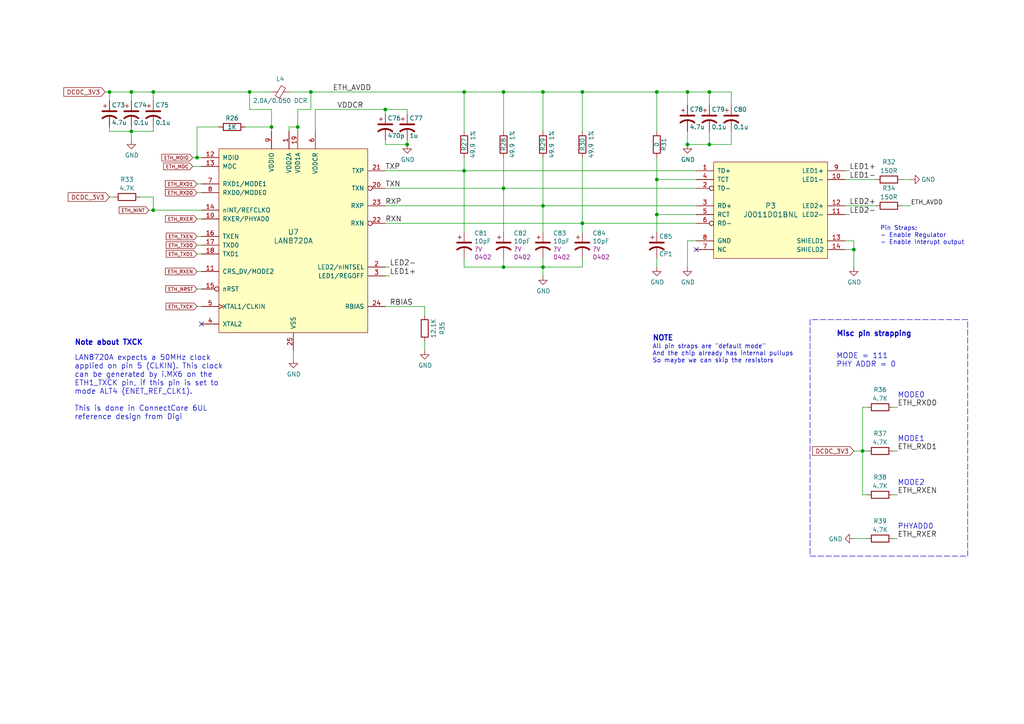
<source format=kicad_sch>
(kicad_sch (version 20211123) (generator eeschema)
  (paper "A4")
  (lib_symbols
    (symbol "Device:CP1" (pin_numbers hide) (pin_names (offset 0.254) hide)
      (property "Reference" "C" (at 0.635 2.54 0))
      (property "Value" "Device_CP1" (at 0.635 -2.54 0))
      (symbol "CP1_0_1"
        (polyline (pts (xy -2.032 0.762) (xy 2.032 0.762)) (stroke (width 0.508)))
        (polyline (pts (xy -1.778 2.286) (xy -0.762 2.286)))
        (polyline (pts (xy -1.27 1.778) (xy -1.27 2.794)))
        (arc (start 2.032 -1.27) (mid 0 -0.5572) (end -2.032 -1.27) (stroke (width 0.508)))
      )
      (symbol "CP1_1_1"
        (pin passive line (at 0 3.81 270) (length 2.794) (name "~") (number "1"))
        (pin passive line (at 0 -3.81 90) (length 3.302) (name "~") (number "2"))
      )
    )
    (symbol "Device:Ferrite_Bead_Small" (pin_numbers hide) (pin_names (offset 0))
      (property "Reference" "FB" (at 1.905 1.27 0))
      (property "Value" "Device_Ferrite_Bead_Small" (at 1.905 -1.27 0))
      (symbol "Ferrite_Bead_Small_0_1"
        (polyline (pts (xy 0 -1.27) (xy 0 -0.7874)))
        (polyline (pts (xy 0 0.889) (xy 0 1.2954)))
        (polyline (pts (xy -1.8288 0.2794) (xy -1.1176 1.4986) (xy 1.8288 -0.2032) (xy 1.1176 -1.4224) (xy -1.8288 0.2794)))
      )
      (symbol "Ferrite_Bead_Small_1_1"
        (pin passive line (at 0 2.54 270) (length 1.27) (name "~") (number "1"))
        (pin passive line (at 0 -2.54 90) (length 1.27) (name "~") (number "2"))
      )
    )
    (symbol "custom_components:J0011D01BNL" (pin_names (offset 1.016))
      (property "Reference" "P" (at 0 1.27 0))
      (property "Value" "J0011D01BNL" (at 0 -1.27 0))
      (symbol "J0011D01BNL_0_1"
        (rectangle (start -16.51 13.97) (end 16.51 -13.97) (fill (type background)))
      )
      (symbol "J0011D01BNL_1_1"
        (pin input line (at -21.59 11.43 0) (length 5.08) (name "TD+") (number "1"))
        (pin input line (at 21.59 8.89 180) (length 5.08) (name "LED1-") (number "10"))
        (pin input line (at 21.59 -1.27 180) (length 5.08) (name "LED2-") (number "11"))
        (pin input line (at 21.59 1.27 180) (length 5.08) (name "LED2+") (number "12"))
        (pin input line (at 21.59 -8.89 180) (length 5.08) (name "SHIELD1") (number "13"))
        (pin input line (at 21.59 -11.43 180) (length 5.08) (name "SHIELD2") (number "14"))
        (pin input inverted (at -21.59 6.35 0) (length 5.08) (name "TD-") (number "2"))
        (pin input line (at -21.59 1.27 0) (length 5.08) (name "RD+") (number "3"))
        (pin input line (at -21.59 8.89 0) (length 5.08) (name "TCT") (number "4"))
        (pin input line (at -21.59 -1.27 0) (length 5.08) (name "RCT") (number "5"))
        (pin input inverted (at -21.59 -3.81 0) (length 5.08) (name "RD-") (number "6"))
        (pin input line (at -21.59 -11.43 0) (length 5.08) (name "NC") (number "7"))
        (pin input line (at -21.59 -8.89 0) (length 5.08) (name "GND") (number "8"))
        (pin input line (at 21.59 11.43 180) (length 5.08) (name "LED1+") (number "9"))
      )
    )
    (symbol "custom_components:LAN8720A" (pin_names (offset 1.016))
      (property "Reference" "U" (at 0 1.27 0))
      (property "Value" "LAN8720A" (at 0 -1.27 0))
      (symbol "LAN8720A_0_1"
        (rectangle (start -21.59 25.4) (end 21.59 -27.94) (fill (type background)))
      )
      (symbol "LAN8720A_1_1"
        (pin input line (at -1.27 30.48 270) (length 5.08) (name "VDD2A") (number "1"))
        (pin input line (at -26.67 5.08 0) (length 5.08) (name "RXER/PHYAD0") (number "10"))
        (pin input line (at -26.67 -10.16 0) (length 5.08) (name "CRS_DV/MODE2") (number "11"))
        (pin input line (at -26.67 22.86 0) (length 5.08) (name "MDIO") (number "12"))
        (pin input line (at -26.67 20.32 0) (length 5.08) (name "MDC") (number "13"))
        (pin input line (at -26.67 7.62 0) (length 5.08) (name "nINT/REFCLKO") (number "14"))
        (pin input inverted (at -26.67 -15.24 0) (length 5.08) (name "nRST") (number "15"))
        (pin input line (at -26.67 0 0) (length 5.08) (name "TXEN") (number "16"))
        (pin input line (at -26.67 -2.54 0) (length 5.08) (name "TXD0") (number "17"))
        (pin input line (at -26.67 -5.08 0) (length 5.08) (name "TXD1") (number "18"))
        (pin input line (at 1.27 30.48 270) (length 5.08) (name "VDD1A") (number "19"))
        (pin input line (at 26.67 -8.89 180) (length 5.08) (name "LED2/nINTSEL") (number "2"))
        (pin output inverted (at 26.67 13.97 180) (length 5.08) (name "TXN") (number "20"))
        (pin output line (at 26.67 19.05 180) (length 5.08) (name "TXP") (number "21"))
        (pin input inverted (at 26.67 3.81 180) (length 5.08) (name "RXN") (number "22"))
        (pin input line (at 26.67 8.89 180) (length 5.08) (name "RXP") (number "23"))
        (pin input line (at 26.67 -20.32 180) (length 5.08) (name "RBIAS") (number "24"))
        (pin input line (at 0 -33.02 90) (length 5.08) (name "VSS") (number "25"))
        (pin input line (at 26.67 -11.43 180) (length 5.08) (name "LED1/REGOFF") (number "3"))
        (pin input line (at -26.67 -25.4 0) (length 5.08) (name "XTAL2") (number "4"))
        (pin input clock (at -26.67 -20.32 0) (length 5.08) (name "XTAL1/CLKIN") (number "5"))
        (pin input line (at 6.35 30.48 270) (length 5.08) (name "VDDCR") (number "6"))
        (pin input line (at -26.67 15.24 0) (length 5.08) (name "RXD1/MODE1") (number "7"))
        (pin input line (at -26.67 12.7 0) (length 5.08) (name "RXD0/MODE0") (number "8"))
        (pin input line (at -6.35 30.48 270) (length 5.08) (name "VDDIO") (number "9"))
      )
    )
    (symbol "nano-rescue:CP1" (pin_numbers hide) (pin_names (offset 0.254) hide)
      (property "Reference" "C" (at 0.635 2.54 0))
      (property "Value" "CP1" (at 0.635 -2.54 0))
      (symbol "CP1_0_1"
        (polyline (pts (xy -2.032 0.762) (xy 2.032 0.762)) (stroke (width 0.508)))
        (polyline (pts (xy -1.778 2.286) (xy -0.762 2.286)))
        (polyline (pts (xy -1.27 1.778) (xy -1.27 2.794)))
        (arc (start 2.032 -1.27) (mid 0 -0.5572) (end -2.032 -1.27) (stroke (width 0.508)))
      )
      (symbol "CP1_1_1"
        (pin passive line (at 0 3.81 270) (length 2.794) (name "~") (number "1"))
        (pin passive line (at 0 -3.81 90) (length 3.302) (name "~") (number "2"))
      )
    )
    (symbol "nano-rescue:R" (pin_numbers hide) (pin_names (offset 0))
      (property "Reference" "R" (at 2.032 0 90))
      (property "Value" "R" (at 0 0 90))
      (symbol "R_0_1"
        (rectangle (start -1.016 -2.54) (end 1.016 2.54) (stroke (width 0.254)))
      )
      (symbol "R_1_1"
        (pin passive line (at 0 3.81 270) (length 1.27) (name "~") (number "1"))
        (pin passive line (at 0 -3.81 90) (length 1.27) (name "~") (number "2"))
      )
    )
    (symbol "power:GND" (power) (pin_names (offset 0))
      (property "Value" "GND" (at 0 -3.81 0))
      (symbol "GND_0_1"
        (polyline (pts (xy 0 0) (xy 0 -1.27) (xy 1.27 -1.27) (xy 0 -2.54) (xy -1.27 -1.27) (xy 0 -1.27)))
      )
      (symbol "GND_1_1"
        (pin power_in line (at 0 0 270) (length 0) hide (name "GND") (number "1"))
      )
    )
  )
  (junction (at 44.45 26.67))
  (junction (at 57.15 45.72))
  (junction (at 157.48 26.67))
  (junction (at 38.1 38.1))
  (junction (at 134.62 49.53))
  (junction (at 250.19 130.81))
  (junction (at 247.65 72.39))
  (junction (at 190.5 52.07))
  (junction (at 31.75 26.67))
  (junction (at 86.36 36.83))
  (junction (at 44.45 60.96))
  (junction (at 78.74 36.83))
  (junction (at 146.05 54.61))
  (junction (at 168.91 64.77))
  (junction (at 157.48 59.69))
  (junction (at 205.74 41.91))
  (junction (at 134.62 26.67))
  (junction (at 146.05 77.47))
  (junction (at 199.39 41.91))
  (junction (at 111.76 31.75))
  (junction (at 190.5 62.23))
  (junction (at 190.5 26.67))
  (junction (at 157.48 77.47))
  (junction (at 38.1 26.67))
  (junction (at 72.39 26.67))
  (junction (at 146.05 26.67))
  (junction (at 168.91 26.67))
  (junction (at 199.39 26.67))
  (junction (at 205.74 26.67))
  (junction (at 90.17 26.67))
  (junction (at 118.11 41.91))
  (no_connect (at 201.93 72.39))
  (no_connect (at 58.42 93.98))
  (wire (pts (xy 168.91 64.77) (xy 168.91 67.31)))
  (wire (pts (xy 259.08 156.21) (xy 260.35 156.21)))
  (wire (pts (xy 190.5 62.23) (xy 201.93 62.23)))
  (wire (pts (xy 44.45 60.96) (xy 58.42 60.96)))
  (wire (pts (xy 190.5 45.72) (xy 190.5 52.07)))
  (wire (pts (xy 134.62 45.72) (xy 134.62 49.53)))
  (wire (pts (xy 31.75 26.67) (xy 31.75 29.21)))
  (wire (pts (xy 146.05 54.61) (xy 201.93 54.61)))
  (wire (pts (xy 168.91 74.93) (xy 168.91 77.47)))
  (wire (pts (xy 245.11 69.85) (xy 247.65 69.85)))
  (wire (pts (xy 85.09 101.6) (xy 85.09 104.14)))
  (wire (pts (xy 58.42 55.88) (xy 57.15 55.88)))
  (wire (pts (xy 212.09 41.91) (xy 212.09 38.1)))
  (wire (pts (xy 245.11 49.53) (xy 246.38 49.53)))
  (wire (pts (xy 111.76 49.53) (xy 134.62 49.53)))
  (wire (pts (xy 146.05 54.61) (xy 146.05 67.31)))
  (wire (pts (xy 168.91 26.67) (xy 190.5 26.67)))
  (wire (pts (xy 38.1 26.67) (xy 38.1 29.21)))
  (wire (pts (xy 190.5 26.67) (xy 199.39 26.67)))
  (wire (pts (xy 190.5 26.67) (xy 190.5 38.1)))
  (wire (pts (xy 134.62 49.53) (xy 134.62 67.31)))
  (wire (pts (xy 30.48 26.67) (xy 31.75 26.67)))
  (wire (pts (xy 111.76 41.91) (xy 118.11 41.91)))
  (wire (pts (xy 259.08 130.81) (xy 260.35 130.81)))
  (wire (pts (xy 86.36 31.75) (xy 86.36 36.83)))
  (wire (pts (xy 259.08 143.51) (xy 260.35 143.51)))
  (wire (pts (xy 90.17 26.67) (xy 90.17 31.75)))
  (wire (pts (xy 247.65 72.39) (xy 247.65 77.47)))
  (wire (pts (xy 55.88 45.72) (xy 57.15 45.72)))
  (wire (pts (xy 57.15 45.72) (xy 58.42 45.72)))
  (wire (pts (xy 157.48 45.72) (xy 157.48 59.69)))
  (wire (pts (xy 58.42 71.12) (xy 57.15 71.12)))
  (wire (pts (xy 201.93 52.07) (xy 190.5 52.07)))
  (wire (pts (xy 199.39 77.47) (xy 199.39 69.85)))
  (wire (pts (xy 259.08 118.11) (xy 260.35 118.11)))
  (wire (pts (xy 111.76 88.9) (xy 123.19 88.9)))
  (wire (pts (xy 199.39 30.48) (xy 199.39 26.67)))
  (wire (pts (xy 72.39 26.67) (xy 72.39 31.75)))
  (polyline (pts (xy 280.67 161.29) (xy 280.67 92.71)))
  (wire (pts (xy 157.48 77.47) (xy 157.48 80.01)))
  (wire (pts (xy 250.19 118.11) (xy 251.46 118.11)))
  (wire (pts (xy 146.05 77.47) (xy 146.05 74.93)))
  (wire (pts (xy 118.11 41.91) (xy 118.11 40.64)))
  (wire (pts (xy 111.76 77.47) (xy 113.03 77.47)))
  (polyline (pts (xy 280.67 92.71) (xy 234.95 92.71)))
  (wire (pts (xy 157.48 59.69) (xy 157.48 67.31)))
  (wire (pts (xy 72.39 26.67) (xy 78.74 26.67)))
  (wire (pts (xy 247.65 156.21) (xy 251.46 156.21)))
  (polyline (pts (xy 234.95 92.71) (xy 234.95 161.29)))
  (wire (pts (xy 57.15 88.9) (xy 58.42 88.9)))
  (wire (pts (xy 78.74 31.75) (xy 72.39 31.75)))
  (wire (pts (xy 157.48 59.69) (xy 201.93 59.69)))
  (wire (pts (xy 91.44 31.75) (xy 91.44 38.1)))
  (wire (pts (xy 205.74 41.91) (xy 212.09 41.91)))
  (wire (pts (xy 157.48 26.67) (xy 157.48 38.1)))
  (wire (pts (xy 58.42 78.74) (xy 57.15 78.74)))
  (wire (pts (xy 44.45 38.1) (xy 44.45 36.83)))
  (wire (pts (xy 38.1 26.67) (xy 44.45 26.67)))
  (wire (pts (xy 250.19 118.11) (xy 250.19 130.81)))
  (wire (pts (xy 55.88 48.26) (xy 58.42 48.26)))
  (wire (pts (xy 118.11 31.75) (xy 118.11 33.02)))
  (wire (pts (xy 190.5 77.47) (xy 190.5 74.93)))
  (wire (pts (xy 57.15 73.66) (xy 58.42 73.66)))
  (wire (pts (xy 123.19 88.9) (xy 123.19 91.44)))
  (wire (pts (xy 58.42 63.5) (xy 57.15 63.5)))
  (wire (pts (xy 111.76 80.01) (xy 113.03 80.01)))
  (wire (pts (xy 190.5 62.23) (xy 190.5 67.31)))
  (wire (pts (xy 111.76 59.69) (xy 157.48 59.69)))
  (polyline (pts (xy 234.95 161.29) (xy 280.67 161.29)))
  (wire (pts (xy 111.76 33.02) (xy 111.76 31.75)))
  (wire (pts (xy 83.82 38.1) (xy 83.82 36.83)))
  (wire (pts (xy 31.75 36.83) (xy 31.75 38.1)))
  (wire (pts (xy 250.19 130.81) (xy 250.19 143.51)))
  (wire (pts (xy 38.1 38.1) (xy 44.45 38.1)))
  (wire (pts (xy 111.76 64.77) (xy 168.91 64.77)))
  (wire (pts (xy 44.45 57.15) (xy 44.45 60.96)))
  (wire (pts (xy 245.11 62.23) (xy 246.38 62.23)))
  (wire (pts (xy 57.15 83.82) (xy 58.42 83.82)))
  (wire (pts (xy 90.17 26.67) (xy 134.62 26.67)))
  (wire (pts (xy 168.91 77.47) (xy 157.48 77.47)))
  (wire (pts (xy 264.16 52.07) (xy 261.62 52.07)))
  (wire (pts (xy 146.05 26.67) (xy 146.05 38.1)))
  (wire (pts (xy 199.39 41.91) (xy 205.74 41.91)))
  (wire (pts (xy 71.12 36.83) (xy 78.74 36.83)))
  (wire (pts (xy 212.09 30.48) (xy 212.09 26.67)))
  (wire (pts (xy 86.36 36.83) (xy 86.36 38.1)))
  (wire (pts (xy 57.15 36.83) (xy 57.15 45.72)))
  (wire (pts (xy 134.62 26.67) (xy 146.05 26.67)))
  (wire (pts (xy 31.75 38.1) (xy 38.1 38.1)))
  (wire (pts (xy 38.1 38.1) (xy 38.1 40.64)))
  (wire (pts (xy 91.44 31.75) (xy 111.76 31.75)))
  (wire (pts (xy 245.11 52.07) (xy 254 52.07)))
  (wire (pts (xy 205.74 41.91) (xy 205.74 38.1)))
  (wire (pts (xy 199.39 69.85) (xy 201.93 69.85)))
  (wire (pts (xy 134.62 26.67) (xy 134.62 38.1)))
  (wire (pts (xy 43.18 60.96) (xy 44.45 60.96)))
  (wire (pts (xy 205.74 26.67) (xy 205.74 30.48)))
  (wire (pts (xy 38.1 38.1) (xy 38.1 36.83)))
  (wire (pts (xy 78.74 36.83) (xy 78.74 38.1)))
  (wire (pts (xy 58.42 68.58) (xy 57.15 68.58)))
  (wire (pts (xy 190.5 52.07) (xy 190.5 62.23)))
  (wire (pts (xy 63.5 36.83) (xy 57.15 36.83)))
  (wire (pts (xy 111.76 31.75) (xy 118.11 31.75)))
  (wire (pts (xy 134.62 49.53) (xy 201.93 49.53)))
  (wire (pts (xy 146.05 26.67) (xy 157.48 26.67)))
  (wire (pts (xy 157.48 26.67) (xy 168.91 26.67)))
  (wire (pts (xy 250.19 130.81) (xy 251.46 130.81)))
  (wire (pts (xy 168.91 26.67) (xy 168.91 38.1)))
  (wire (pts (xy 111.76 54.61) (xy 146.05 54.61)))
  (wire (pts (xy 44.45 26.67) (xy 72.39 26.67)))
  (wire (pts (xy 157.48 77.47) (xy 157.48 74.93)))
  (wire (pts (xy 111.76 41.91) (xy 111.76 40.64)))
  (wire (pts (xy 83.82 26.67) (xy 90.17 26.67)))
  (wire (pts (xy 57.15 53.34) (xy 58.42 53.34)))
  (wire (pts (xy 250.19 143.51) (xy 251.46 143.51)))
  (wire (pts (xy 134.62 77.47) (xy 134.62 74.93)))
  (wire (pts (xy 247.65 72.39) (xy 245.11 72.39)))
  (wire (pts (xy 168.91 64.77) (xy 201.93 64.77)))
  (wire (pts (xy 205.74 26.67) (xy 212.09 26.67)))
  (wire (pts (xy 123.19 99.06) (xy 123.19 101.6)))
  (wire (pts (xy 33.02 57.15) (xy 31.75 57.15)))
  (wire (pts (xy 78.74 31.75) (xy 78.74 36.83)))
  (wire (pts (xy 40.64 57.15) (xy 44.45 57.15)))
  (wire (pts (xy 31.75 26.67) (xy 38.1 26.67)))
  (wire (pts (xy 44.45 26.67) (xy 44.45 29.21)))
  (wire (pts (xy 90.17 31.75) (xy 86.36 31.75)))
  (wire (pts (xy 146.05 45.72) (xy 146.05 54.61)))
  (wire (pts (xy 146.05 77.47) (xy 134.62 77.47)))
  (wire (pts (xy 247.65 72.39) (xy 247.65 69.85)))
  (wire (pts (xy 247.65 130.81) (xy 250.19 130.81)))
  (wire (pts (xy 199.39 26.67) (xy 205.74 26.67)))
  (wire (pts (xy 83.82 36.83) (xy 86.36 36.83)))
  (wire (pts (xy 264.16 59.69) (xy 261.62 59.69)))
  (wire (pts (xy 199.39 38.1) (xy 199.39 41.91)))
  (wire (pts (xy 157.48 77.47) (xy 146.05 77.47)))
  (wire (pts (xy 245.11 59.69) (xy 254 59.69)))
  (wire (pts (xy 168.91 45.72) (xy 168.91 64.77)))
  (text "MODE2" (at 260.35 140.97 0) (effects (font (size 1.524 1.524)) (justify left bottom)))
  (text "NOTE" (at 189.23 99.06 0) (effects (font (size 1.524 1.524) (thickness 0.3048) bold) (justify left bottom)))
  (text "Pin Straps:\n- Enable Regulator\n- Enable Interupt output" (at 255.27 71.12 0) (effects (font (size 1.27 1.27)) (justify left bottom)))
  (text "PHYADD0" (at 260.35 153.67 0) (effects (font (size 1.524 1.524)) (justify left bottom)))
  (text "MODE0" (at 260.35 115.57 0) (effects (font (size 1.524 1.524)) (justify left bottom)))
  (text "Misc pin strapping" (at 242.57 97.79 0) (effects (font (size 1.524 1.524) (thickness 0.3048) bold) (justify left bottom)))
  (text "All pin straps are \"default mode\"\nAnd the chip already has internal pullups\nSo maybe we can skip the resistors" (at 189.23 105.41 0) (effects (font (size 1.27 1.27)) (justify left bottom)))
  (text "Note about TXCK" (at 21.59 100.33 0) (effects (font (size 1.524 1.524) (thickness 0.3048) bold) (justify left bottom)))
  (text "MODE1" (at 260.35 128.27 0) (effects (font (size 1.524 1.524)) (justify left bottom)))
  (text "MODE = 111\nPHY ADDR = 0" (at 242.57 106.68 0) (effects (font (size 1.524 1.524)) (justify left bottom)))
  (text "LAN8720A expects a 50MHz clock \napplied on pin 5 (CLKIN). This clock\ncan be generated by i.MX6 on the \nETH1_TXCK pin, if this pin is set to\nmode ALT4 (ENET_REF_CLK1).\n\nThis is done in ConnectCore 6UL \nreference design from Digi" (at 21.59 121.92 0) (effects (font (size 1.524 1.524)) (justify left bottom)))
  (label "TXP" (at 111.76 49.53 0) (effects (font (size 1.524 1.524))))
  (label "LED2-" (at 246.38 62.23 0) (effects (font (size 1.524 1.524))))
  (label "ETH_RXER" (at 260.35 156.21 0) (effects (font (size 1.524 1.524))))
  (label "LED2-" (at 113.03 77.47 0) (effects (font (size 1.524 1.524))))
  (label "TXN" (at 111.76 54.61 0) (effects (font (size 1.524 1.524))))
  (label "ETH_AVDD" (at 264.16 59.69 0))
  (label "LED1+" (at 246.38 49.53 0) (effects (font (size 1.524 1.524))))
  (label "LED1-" (at 246.38 52.07 0) (effects (font (size 1.524 1.524))))
  (label "ETH_RXD0" (at 260.35 118.11 0) (effects (font (size 1.524 1.524))))
  (label "RXN" (at 111.76 64.77 0) (effects (font (size 1.524 1.524))))
  (label "ETH_RXD1" (at 260.35 130.81 0) (effects (font (size 1.524 1.524))))
  (label "LED2+" (at 246.38 59.69 0) (effects (font (size 1.524 1.524))))
  (label "ETH_AVDD" (at 96.52 26.67 0) (effects (font (size 1.524 1.524))))
  (label "RBIAS" (at 113.03 88.9 0) (effects (font (size 1.524 1.524))))
  (label "ETH_RXEN" (at 260.35 143.51 0) (effects (font (size 1.524 1.524))))
  (label "RXP" (at 111.76 59.69 0) (effects (font (size 1.524 1.524))))
  (label "VDDCR" (at 97.79 31.75 0) (effects (font (size 1.524 1.524))))
  (label "LED1+" (at 113.03 80.01 0) (effects (font (size 1.524 1.524))))
  (global_label "ETH_MDC" (shape input) (at 55.88 48.26 180) (effects (font (size 0.9906 0.9906))) (property "Intersheet References" "${INTERSHEET_REFS}" (effects hide)))
  (global_label "ETH_TXCK" (shape input) (at 57.15 88.9 180) (effects (font (size 0.9906 0.9906))) (property "Intersheet References" "${INTERSHEET_REFS}" (effects hide)))
  (global_label "ETH_RXER" (shape input) (at 57.15 63.5 180) (effects (font (size 0.9906 0.9906))) (property "Intersheet References" "${INTERSHEET_REFS}" (effects hide)))
  (global_label "ETH_TXD0" (shape input) (at 57.15 71.12 180) (effects (font (size 0.9906 0.9906))) (property "Intersheet References" "${INTERSHEET_REFS}" (effects hide)))
  (global_label "ETH_MDIO" (shape input) (at 55.88 45.72 180) (effects (font (size 0.9906 0.9906))) (property "Intersheet References" "${INTERSHEET_REFS}" (effects hide)))
  (global_label "ETH_TXD1" (shape input) (at 57.15 73.66 180) (effects (font (size 0.9906 0.9906))) (property "Intersheet References" "${INTERSHEET_REFS}" (effects hide)))
  (global_label "ETH_RXD1" (shape input) (at 57.15 53.34 180) (effects (font (size 0.9906 0.9906))) (property "Intersheet References" "${INTERSHEET_REFS}" (effects hide)))
  (global_label "ETH_RXD0" (shape input) (at 57.15 55.88 180) (effects (font (size 0.9906 0.9906))) (property "Intersheet References" "${INTERSHEET_REFS}" (effects hide)))
  (global_label "ETH_TXEN" (shape input) (at 57.15 68.58 180) (effects (font (size 0.9906 0.9906))) (property "Intersheet References" "${INTERSHEET_REFS}" (effects hide)))
  (global_label "ETH_NRST" (shape input) (at 57.15 83.82 180) (effects (font (size 0.9906 0.9906))) (property "Intersheet References" "${INTERSHEET_REFS}" (effects hide)))
  (global_label "DCDC_3V3" (shape input) (at 30.48 26.67 180) (property "Intersheet References" "${INTERSHEET_REFS}" (effects hide)))
  (global_label "ETH_RXEN" (shape input) (at 57.15 78.74 180) (effects (font (size 0.9906 0.9906))) (property "Intersheet References" "${INTERSHEET_REFS}" (effects hide)))
  (global_label "DCDC_3V3" (shape input) (at 31.75 57.15 180) (property "Intersheet References" "${INTERSHEET_REFS}" (effects hide)))
  (global_label "DCDC_3V3" (shape input) (at 247.65 130.81 180) (property "Intersheet References" "${INTERSHEET_REFS}" (effects hide)))
  (global_label "ETH_NINT" (shape input) (at 43.18 60.96 180) (effects (font (size 0.9906 0.9906))) (property "Intersheet References" "${INTERSHEET_REFS}" (effects hide)))
  (symbol (lib_id "custom_components:LAN8720A") (at 85.09 68.58 0) (unit 1)
    (property "Reference" "U7" (at 85.09 67.31 0) (effects (font (size 1.524 1.524))))
    (property "Value" "LAN8720A" (at 85.09 69.85 0) (effects (font (size 1.524 1.524))))
    (property "Footprint" "Package_DFN_QFN:QFN-24-1EP_4x4mm_P0.5mm_EP2.6x2.6mm_ThermalVias" (effects hide))
  )
  (symbol (lib_id "nano-rescue:R") (at 123.19 95.25 180) (unit 1)
    (property "Reference" "R35" (at 128.27 95.25 90))
    (property "Value" "12.1K" (at 125.73 95.25 90))
    (property "Footprint" "Custom Components:R_0402_narrow" (effects hide))
  )
  (symbol (lib_id "nano-rescue:R") (at 134.62 41.91 0) (unit 1)
    (property "Reference" "R27" (at 134.62 41.91 90))
    (property "Value" "49.9 1%" (at 137.16 41.91 90))
    (property "Footprint" "Custom Components:R_0402_narrow" (effects hide))
  )
  (symbol (lib_id "custom_components:J0011D01BNL") (at 223.52 60.96 0) (unit 1)
    (property "Reference" "P3" (at 223.52 59.69 0) (effects (font (size 1.524 1.524))))
    (property "Value" "J0011D01BNL" (at 223.52 62.23 0) (effects (font (size 1.524 1.524))))
    (property "Footprint" "Custom Components:MTJ-88TX1-FSD-D1LH-M4Y" (effects hide))
  )
  (symbol (lib_id "nano-rescue:R") (at 190.5 41.91 0) (unit 1)
    (property "Reference" "R31" (at 192.532 41.91 90))
    (property "Value" "0" (at 190.5 41.91 90))
    (property "Footprint" "Custom Components:R_0402_narrow" (effects hide))
  )
  (symbol (lib_id "nano-rescue:CP1") (at 190.5 71.12 0) (unit 1)
    (property "Reference" "C85" (at 191.135 68.58 0) (effects (justify left)))
    (property "Value" "CP1" (at 191.135 73.66 0) (effects (justify left)))
    (property "Footprint" "Custom Components:C_0402_narrow" (effects hide))
  )
  (symbol (lib_id "nano-rescue:R") (at 146.05 41.91 0) (unit 1)
    (property "Reference" "R28" (at 146.05 41.91 90))
    (property "Value" "49.9 1%" (at 148.59 41.91 90))
    (property "Footprint" "Custom Components:R_0402_narrow" (effects hide))
  )
  (symbol (lib_id "nano-rescue:R") (at 157.48 41.91 0) (unit 1)
    (property "Reference" "R29" (at 157.48 41.91 90))
    (property "Value" "49.9 1%" (at 160.02 41.91 90))
    (property "Footprint" "Custom Components:R_0402_narrow" (effects hide))
  )
  (symbol (lib_id "nano-rescue:R") (at 168.91 41.91 0) (unit 1)
    (property "Reference" "R30" (at 168.91 41.91 90))
    (property "Value" "49.9 1%" (at 171.45 41.91 90))
    (property "Footprint" "Custom Components:R_0402_narrow" (effects hide))
  )
  (symbol (lib_id "nano-rescue:CP1") (at 111.76 36.83 0) (unit 1)
    (property "Reference" "C76" (at 112.395 34.29 0) (effects (justify left)))
    (property "Value" "470p" (at 112.395 39.37 0) (effects (justify left)))
    (property "Footprint" "Custom Components:C_0402_narrow" (effects hide))
  )
  (symbol (lib_id "nano-rescue:CP1") (at 118.11 36.83 0) (unit 1)
    (property "Reference" "C77" (at 118.745 34.29 0) (effects (justify left)))
    (property "Value" "1u" (at 118.745 39.37 0) (effects (justify left)))
    (property "Footprint" "Custom Components:C_0603_narrow" (effects hide))
  )
  (symbol (lib_id "nano-rescue:R") (at 67.31 36.83 270) (unit 1)
    (property "Reference" "R26" (at 67.31 34.29 90))
    (property "Value" "1K" (at 67.31 36.83 90))
    (property "Footprint" "Custom Components:R_0402_narrow" (effects hide))
  )
  (symbol (lib_id "Device:Ferrite_Bead_Small") (at 81.28 26.67 270) (unit 1)
    (property "Reference" "L4" (at 81.28 22.86 90))
    (property "Value" "2.0A/0.050 DCR" (at 81.28 29.21 90))
    (property "Footprint" "Resistor_SMD:R_0805_2012Metric" (effects hide))
  )
  (symbol (lib_id "nano-rescue:CP1") (at 205.74 34.29 0) (unit 1)
    (property "Reference" "C79" (at 206.375 31.75 0) (effects (justify left)))
    (property "Value" "0.1u" (at 206.375 36.83 0) (effects (justify left)))
    (property "Footprint" "Custom Components:C_0402_narrow" (effects hide))
  )
  (symbol (lib_id "nano-rescue:CP1") (at 212.09 34.29 0) (unit 1)
    (property "Reference" "C80" (at 212.725 31.75 0) (effects (justify left)))
    (property "Value" "0.1u" (at 212.725 36.83 0) (effects (justify left)))
    (property "Footprint" "Custom Components:C_0402_narrow" (effects hide))
  )
  (symbol (lib_id "nano-rescue:CP1") (at 199.39 34.29 0) (unit 1)
    (property "Reference" "C78" (at 200.025 31.75 0) (effects (justify left)))
    (property "Value" "4.7u" (at 200.025 36.83 0) (effects (justify left)))
    (property "Footprint" "Custom Components:C_0603_narrow" (effects hide))
  )
  (symbol (lib_id "nano-rescue:CP1") (at 38.1 33.02 0) (unit 1)
    (property "Reference" "C74" (at 38.735 30.48 0) (effects (justify left)))
    (property "Value" "0.1u" (at 38.735 35.56 0) (effects (justify left)))
    (property "Footprint" "Custom Components:C_0402_narrow" (effects hide))
  )
  (symbol (lib_id "nano-rescue:CP1") (at 44.45 33.02 0) (unit 1)
    (property "Reference" "C75" (at 45.085 30.48 0) (effects (justify left)))
    (property "Value" "0.1u" (at 45.085 35.56 0) (effects (justify left)))
    (property "Footprint" "Custom Components:C_0402_narrow" (effects hide))
  )
  (symbol (lib_id "nano-rescue:CP1") (at 31.75 33.02 0) (unit 1)
    (property "Reference" "C73" (at 32.385 30.48 0) (effects (justify left)))
    (property "Value" "4.7u" (at 32.385 35.56 0) (effects (justify left)))
    (property "Footprint" "Custom Components:C_0603_narrow" (effects hide))
  )
  (symbol (lib_id "nano-rescue:R") (at 255.27 118.11 270) (unit 1)
    (property "Reference" "R36" (at 255.27 113.03 90))
    (property "Value" "4.7K" (at 255.27 115.57 90))
    (property "Footprint" "Custom Components:R_0402_narrow" (effects hide))
  )
  (symbol (lib_id "nano-rescue:R") (at 255.27 130.81 270) (unit 1)
    (property "Reference" "R37" (at 255.27 125.73 90))
    (property "Value" "4.7K" (at 255.27 128.27 90))
    (property "Footprint" "Custom Components:R_0402_narrow" (effects hide))
  )
  (symbol (lib_id "nano-rescue:R") (at 255.27 143.51 270) (unit 1)
    (property "Reference" "R38" (at 255.27 138.43 90))
    (property "Value" "4.7K" (at 255.27 140.97 90))
    (property "Footprint" "Custom Components:R_0402_narrow" (effects hide))
  )
  (symbol (lib_id "nano-rescue:R") (at 255.27 156.21 270) (unit 1)
    (property "Reference" "R39" (at 255.27 151.13 90))
    (property "Value" "4.7K" (at 255.27 153.67 90))
    (property "Footprint" "Custom Components:R_0402_narrow" (effects hide))
  )
  (symbol (lib_id "nano-rescue:R") (at 257.81 52.07 270) (unit 1)
    (property "Reference" "R32" (at 257.81 46.99 90))
    (property "Value" "150R" (at 257.81 49.53 90))
    (property "Footprint" "Custom Components:R_0402_narrow" (effects hide))
  )
  (symbol (lib_id "nano-rescue:R") (at 257.81 59.69 270) (unit 1)
    (property "Reference" "R34" (at 257.81 54.61 90))
    (property "Value" "150R" (at 257.81 57.15 90))
    (property "Footprint" "Custom Components:R_0402_narrow" (effects hide))
  )
  (symbol (lib_id "nano-rescue:R") (at 36.83 57.15 270) (unit 1)
    (property "Reference" "R33" (at 36.83 52.07 90))
    (property "Value" "4.7K" (at 36.83 54.61 90))
    (property "Footprint" "Custom Components:R_0402_narrow" (effects hide))
  )
  (symbol (lib_id "power:GND") (at 264.16 52.07 90) (unit 1)
    (property "Reference" "#PWR069" (effects hide))
    (property "Value" "GND" (at 269.24 52.07 90))
  )
  (symbol (lib_id "Device:CP1") (at 134.62 71.12 0)
    (property "Reference" "C81" (at 137.541 67.6402 0) (effects (justify left)))
    (property "Value" "10pF" (at 137.541 69.9516 0) (effects (justify left)))
    (property "Footprint" "Custom Components:C_0402_narrow" (effects hide))
    (property "Voltage" "?V" (at 137.541 72.263 0) (effects (justify left)))
    (property "SMD size" "0402" (at 137.541 74.5744 0) (effects (justify left)))
  )
  (symbol (lib_id "Device:CP1") (at 146.05 71.12 0)
    (property "Reference" "C82" (at 148.971 67.6402 0) (effects (justify left)))
    (property "Value" "10pF" (at 148.971 69.9516 0) (effects (justify left)))
    (property "Footprint" "Custom Components:C_0402_narrow" (effects hide))
    (property "Voltage" "?V" (at 148.971 72.263 0) (effects (justify left)))
    (property "SMD size" "0402" (at 148.971 74.5744 0) (effects (justify left)))
  )
  (symbol (lib_id "Device:CP1") (at 157.48 71.12 0)
    (property "Reference" "C83" (at 160.401 67.6402 0) (effects (justify left)))
    (property "Value" "10pF" (at 160.401 69.9516 0) (effects (justify left)))
    (property "Footprint" "Custom Components:C_0402_narrow" (effects hide))
    (property "Voltage" "?V" (at 160.401 72.263 0) (effects (justify left)))
    (property "SMD size" "0402" (at 160.401 74.5744 0) (effects (justify left)))
  )
  (symbol (lib_id "Device:CP1") (at 168.91 71.12 0)
    (property "Reference" "C84" (at 171.831 67.6402 0) (effects (justify left)))
    (property "Value" "10pF" (at 171.831 69.9516 0) (effects (justify left)))
    (property "Footprint" "Custom Components:C_0402_narrow" (effects hide))
    (property "Voltage" "?V" (at 171.831 72.263 0) (effects (justify left)))
    (property "SMD size" "0402" (at 171.831 74.5744 0) (effects (justify left)))
  )
  (symbol (lib_id "power:GND") (at 157.48 80.01 0) (unit 1)
    (property "Reference" "#PWR073" (effects hide))
    (property "Value" "GND" (at 157.607 84.4042 0))
  )
  (symbol (lib_id "power:GND") (at 199.39 41.91 0) (unit 1)
    (property "Reference" "#PWR068" (effects hide))
    (property "Value" "GND" (at 199.517 46.3042 0))
  )
  (symbol (lib_id "power:GND") (at 118.11 41.91 0) (unit 1)
    (property "Reference" "#PWR067" (effects hide))
    (property "Value" "GND" (at 118.237 46.3042 0))
  )
  (symbol (lib_id "power:GND") (at 190.5 77.47 0) (unit 1)
    (property "Reference" "#PWR070" (effects hide))
    (property "Value" "GND" (at 190.627 81.8642 0))
  )
  (symbol (lib_id "power:GND") (at 85.09 104.14 0) (unit 1)
    (property "Reference" "#PWR075" (effects hide))
    (property "Value" "GND" (at 85.217 108.5342 0))
  )
  (symbol (lib_id "power:GND") (at 123.19 101.6 0) (unit 1)
    (property "Reference" "#PWR074" (effects hide))
    (property "Value" "GND" (at 123.317 105.9942 0))
  )
  (symbol (lib_id "power:GND") (at 199.39 77.47 0) (unit 1)
    (property "Reference" "#PWR071" (effects hide))
    (property "Value" "GND" (at 199.517 81.8642 0))
  )
  (symbol (lib_id "power:GND") (at 247.65 77.47 0) (unit 1)
    (property "Reference" "#PWR072" (effects hide))
    (property "Value" "GND" (at 247.777 81.8642 0))
  )
  (symbol (lib_id "power:GND") (at 38.1 40.64 0) (unit 1)
    (property "Reference" "#PWR066" (effects hide))
    (property "Value" "GND" (at 38.227 45.0342 0))
  )
  (symbol (lib_id "power:GND") (at 247.65 156.21 270) (unit 1)
    (property "Reference" "#PWR076" (effects hide))
    (property "Value" "GND" (at 244.3988 156.337 90) (effects (justify right)))
  )
)
</source>
